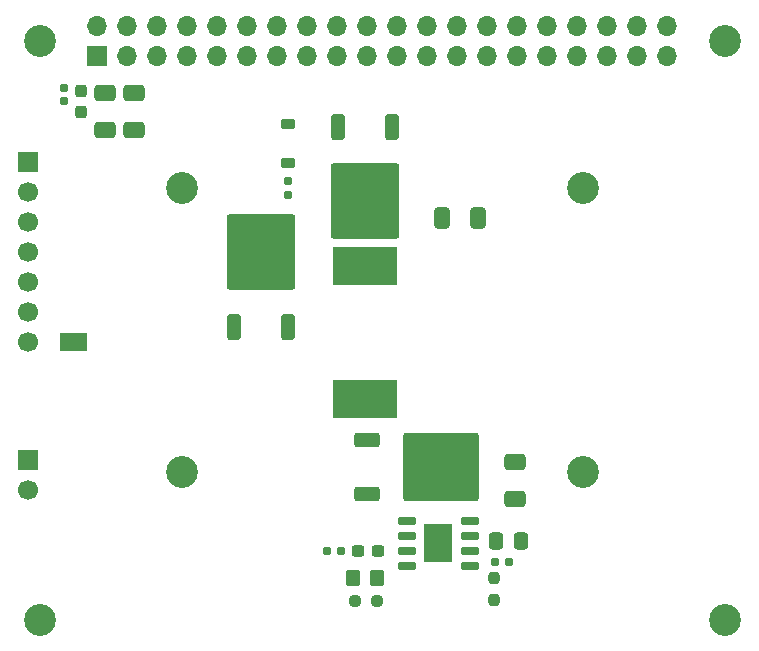
<source format=gts>
G04 #@! TF.GenerationSoftware,KiCad,Pcbnew,9.0.5*
G04 #@! TF.CreationDate,2025-10-10T13:46:02-04:00*
G04 #@! TF.ProjectId,power_supply_hat,706f7765-725f-4737-9570-706c795f6861,rev?*
G04 #@! TF.SameCoordinates,Original*
G04 #@! TF.FileFunction,Soldermask,Top*
G04 #@! TF.FilePolarity,Negative*
%FSLAX46Y46*%
G04 Gerber Fmt 4.6, Leading zero omitted, Abs format (unit mm)*
G04 Created by KiCad (PCBNEW 9.0.5) date 2025-10-10 13:46:02*
%MOMM*%
%LPD*%
G01*
G04 APERTURE LIST*
G04 Aperture macros list*
%AMRoundRect*
0 Rectangle with rounded corners*
0 $1 Rounding radius*
0 $2 $3 $4 $5 $6 $7 $8 $9 X,Y pos of 4 corners*
0 Add a 4 corners polygon primitive as box body*
4,1,4,$2,$3,$4,$5,$6,$7,$8,$9,$2,$3,0*
0 Add four circle primitives for the rounded corners*
1,1,$1+$1,$2,$3*
1,1,$1+$1,$4,$5*
1,1,$1+$1,$6,$7*
1,1,$1+$1,$8,$9*
0 Add four rect primitives between the rounded corners*
20,1,$1+$1,$2,$3,$4,$5,0*
20,1,$1+$1,$4,$5,$6,$7,0*
20,1,$1+$1,$6,$7,$8,$9,0*
20,1,$1+$1,$8,$9,$2,$3,0*%
G04 Aperture macros list end*
%ADD10RoundRect,0.237500X-0.250000X-0.237500X0.250000X-0.237500X0.250000X0.237500X-0.250000X0.237500X0*%
%ADD11C,2.700000*%
%ADD12R,1.700000X1.700000*%
%ADD13C,1.700000*%
%ADD14RoundRect,0.155000X-0.155000X0.212500X-0.155000X-0.212500X0.155000X-0.212500X0.155000X0.212500X0*%
%ADD15RoundRect,0.160000X0.197500X0.160000X-0.197500X0.160000X-0.197500X-0.160000X0.197500X-0.160000X0*%
%ADD16RoundRect,0.250000X-0.650000X0.412500X-0.650000X-0.412500X0.650000X-0.412500X0.650000X0.412500X0*%
%ADD17RoundRect,0.160000X-0.160000X0.197500X-0.160000X-0.197500X0.160000X-0.197500X0.160000X0.197500X0*%
%ADD18RoundRect,0.250000X-0.337500X-0.475000X0.337500X-0.475000X0.337500X0.475000X-0.337500X0.475000X0*%
%ADD19RoundRect,0.250000X-0.850000X-0.350000X0.850000X-0.350000X0.850000X0.350000X-0.850000X0.350000X0*%
%ADD20RoundRect,0.249997X-2.950003X-2.650003X2.950003X-2.650003X2.950003X2.650003X-2.950003X2.650003X0*%
%ADD21RoundRect,0.225000X-0.375000X0.225000X-0.375000X-0.225000X0.375000X-0.225000X0.375000X0.225000X0*%
%ADD22RoundRect,0.237500X0.300000X0.237500X-0.300000X0.237500X-0.300000X-0.237500X0.300000X-0.237500X0*%
%ADD23R,5.500000X3.250000*%
%ADD24RoundRect,0.237500X-0.237500X0.300000X-0.237500X-0.300000X0.237500X-0.300000X0.237500X0.300000X0*%
%ADD25RoundRect,0.250000X-0.350000X0.850000X-0.350000X-0.850000X0.350000X-0.850000X0.350000X0.850000X0*%
%ADD26RoundRect,0.249997X-2.650003X2.950003X-2.650003X-2.950003X2.650003X-2.950003X2.650003X2.950003X0*%
%ADD27RoundRect,0.250000X0.350000X-0.850000X0.350000X0.850000X-0.350000X0.850000X-0.350000X-0.850000X0*%
%ADD28RoundRect,0.249997X2.650003X-2.950003X2.650003X2.950003X-2.650003X2.950003X-2.650003X-2.950003X0*%
%ADD29R,1.000000X1.500000*%
%ADD30RoundRect,0.250000X0.350000X0.450000X-0.350000X0.450000X-0.350000X-0.450000X0.350000X-0.450000X0*%
%ADD31RoundRect,0.250000X-0.412500X-0.650000X0.412500X-0.650000X0.412500X0.650000X-0.412500X0.650000X0*%
%ADD32RoundRect,0.150000X-0.650000X-0.150000X0.650000X-0.150000X0.650000X0.150000X-0.650000X0.150000X0*%
%ADD33R,2.400000X3.200000*%
%ADD34RoundRect,0.250000X0.650000X-0.412500X0.650000X0.412500X-0.650000X0.412500X-0.650000X-0.412500X0*%
%ADD35RoundRect,0.237500X-0.237500X0.250000X-0.237500X-0.250000X0.237500X-0.250000X0.237500X0.250000X0*%
%ADD36O,1.700000X1.700000*%
G04 APERTURE END LIST*
G36*
X106500000Y-73750000D02*
G01*
X106200000Y-73750000D01*
X106200000Y-72250000D01*
X106500000Y-72250000D01*
X106500000Y-73750000D01*
G37*
D10*
X130200000Y-94950000D03*
X132025000Y-94950000D03*
D11*
X149500000Y-84000000D03*
X161500000Y-47500000D03*
D12*
X102500000Y-83000000D03*
D13*
X102500000Y-85540000D03*
D14*
X105500000Y-51502500D03*
X105500000Y-52637500D03*
D15*
X143197500Y-91600000D03*
X142002500Y-91600000D03*
D16*
X109000000Y-51937500D03*
X109000000Y-55062500D03*
D17*
X124525000Y-59380000D03*
X124525000Y-60575000D03*
D18*
X142115000Y-89825000D03*
X144190000Y-89825000D03*
D19*
X131150000Y-81295000D03*
D20*
X137450000Y-83575000D03*
D19*
X131150000Y-85855000D03*
D21*
X124525000Y-54525000D03*
X124525000Y-57825000D03*
D22*
X132137500Y-90700000D03*
X130412500Y-90700000D03*
D11*
X103500000Y-96500000D03*
D23*
X131025000Y-77825000D03*
X131025000Y-66575000D03*
D24*
X107000000Y-51775000D03*
X107000000Y-53500000D03*
D11*
X103500000Y-47500000D03*
D25*
X133305000Y-54775000D03*
D26*
X131025000Y-61075000D03*
D25*
X128745000Y-54775000D03*
D27*
X119970000Y-71700000D03*
D28*
X122250000Y-65400000D03*
D27*
X124530000Y-71700000D03*
D11*
X115500000Y-60000000D03*
D29*
X107000000Y-73000000D03*
X105700000Y-73000000D03*
D12*
X102500000Y-57760000D03*
D13*
X102500000Y-60300000D03*
X102500000Y-62840000D03*
X102500000Y-65380000D03*
X102500000Y-67920000D03*
X102500000Y-70460000D03*
X102500000Y-73000000D03*
D11*
X161500000Y-96500000D03*
X115500000Y-84000000D03*
D15*
X128970000Y-90700000D03*
X127775000Y-90700000D03*
D30*
X132025000Y-92950000D03*
X130025000Y-92950000D03*
D11*
X149500000Y-60000000D03*
D31*
X137500000Y-62500000D03*
X140625000Y-62500000D03*
D16*
X111500000Y-51937500D03*
X111500000Y-55062500D03*
D32*
X134575000Y-88145000D03*
X134575000Y-89415000D03*
X134575000Y-90685000D03*
X134575000Y-91955000D03*
X139875000Y-91955000D03*
X139875000Y-90685000D03*
X139875000Y-89415000D03*
X139875000Y-88145000D03*
D33*
X137225000Y-90050000D03*
D34*
X143750000Y-86312500D03*
X143750000Y-83187500D03*
D35*
X141940000Y-93000000D03*
X141940000Y-94825000D03*
D12*
X108370000Y-48770000D03*
D36*
X108370000Y-46230000D03*
X110910000Y-48770000D03*
X110910000Y-46230000D03*
X113450000Y-48770000D03*
X113450000Y-46230000D03*
X115990000Y-48770000D03*
X115990000Y-46230000D03*
X118530000Y-48770000D03*
X118530000Y-46230000D03*
X121070000Y-48770000D03*
X121070000Y-46230000D03*
X123610000Y-48770000D03*
X123610000Y-46230000D03*
X126150000Y-48770000D03*
X126150000Y-46230000D03*
X128690000Y-48770000D03*
X128690000Y-46230000D03*
X131230000Y-48770000D03*
X131230000Y-46230000D03*
X133770000Y-48770000D03*
X133770000Y-46230000D03*
X136310000Y-48770000D03*
X136310000Y-46230000D03*
X138850000Y-48770000D03*
X138850000Y-46230000D03*
X141390000Y-48770000D03*
X141390000Y-46230000D03*
X143930000Y-48770000D03*
X143930000Y-46230000D03*
X146470000Y-48770000D03*
X146470000Y-46230000D03*
X149010000Y-48770000D03*
X149010000Y-46230000D03*
X151550000Y-48770000D03*
X151550000Y-46230000D03*
X154090000Y-48770000D03*
X154090000Y-46230000D03*
X156630000Y-48770000D03*
X156630000Y-46230000D03*
M02*

</source>
